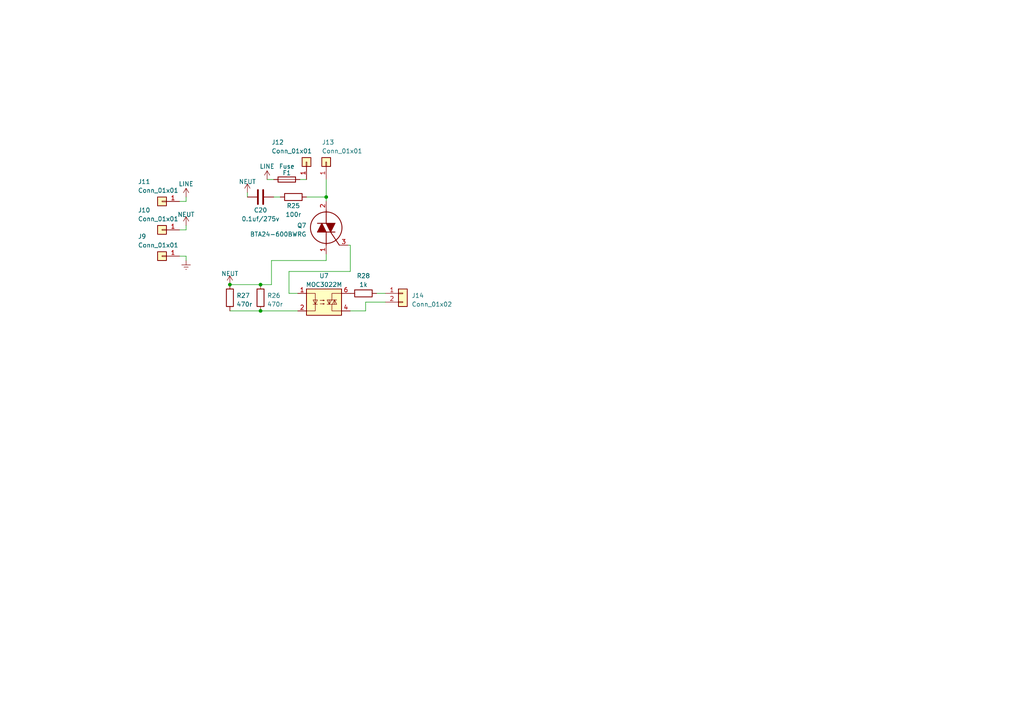
<source format=kicad_sch>
(kicad_sch (version 20230121) (generator eeschema)
  (paper "A4")
  (lib_symbols
    (symbol "Connector_Generic:Conn_01x01" (pin_names (offset 1.016) hide)
      (property "Reference" "J" (at 0 2.54 0))
      (property "Value" "Conn_01x01" (at 0 -2.54 0))
      (symbol "Conn_01x01_1_1"
        (rectangle (start -1.27 0.127) (end 0 -0.127) (stroke (width 0.1524)))
        (rectangle (start -1.27 1.27) (end 1.27 -1.27) (stroke (width 0.254)) (fill (type background)))
        (pin passive line (at -5.08 0 0) (length 3.81) (name "Pin_1") (number "1"))
      )
    )
    (symbol "Connector_Generic:Conn_01x02" (pin_names (offset 1.016) hide)
      (property "Reference" "J" (at 0 2.54 0))
      (property "Value" "Conn_01x02" (at 0 -5.08 0))
      (symbol "Conn_01x02_1_1"
        (rectangle (start -1.27 -2.413) (end 0 -2.667) (stroke (width 0.1524)))
        (rectangle (start -1.27 0.127) (end 0 -0.127) (stroke (width 0.1524)))
        (rectangle (start -1.27 1.27) (end 1.27 -3.81) (stroke (width 0.254)) (fill (type background)))
        (pin passive line (at -5.08 0 0) (length 3.81) (name "Pin_1") (number "1"))
        (pin passive line (at -5.08 -2.54 0) (length 3.81) (name "Pin_2") (number "2"))
      )
    )
    (symbol "Device:C" (pin_numbers hide) (pin_names (offset 0.254))
      (property "Reference" "C" (at 0.635 2.54 0))
      (property "Value" "C" (at 0.635 -2.54 0))
      (symbol "C_0_1"
        (polyline (pts (xy -2.032 -0.762) (xy 2.032 -0.762)) (stroke (width 0.508)))
        (polyline (pts (xy -2.032 0.762) (xy 2.032 0.762)) (stroke (width 0.508)))
      )
      (symbol "C_1_1"
        (pin passive line (at 0 3.81 270) (length 2.794) (name "~") (number "1"))
        (pin passive line (at 0 -3.81 90) (length 2.794) (name "~") (number "2"))
      )
    )
    (symbol "Device:Fuse" (pin_numbers hide) (pin_names (offset 0))
      (property "Reference" "F" (at 2.032 0 90))
      (property "Value" "Fuse" (at -1.905 0 90))
      (symbol "Fuse_0_1"
        (rectangle (start -0.762 -2.54) (end 0.762 2.54) (stroke (width 0.254)))
        (polyline (pts (xy 0 2.54) (xy 0 -2.54)))
      )
      (symbol "Fuse_1_1"
        (pin passive line (at 0 3.81 270) (length 1.27) (name "~") (number "1"))
        (pin passive line (at 0 -3.81 90) (length 1.27) (name "~") (number "2"))
      )
    )
    (symbol "Device:R" (pin_numbers hide) (pin_names (offset 0))
      (property "Reference" "R" (at 2.032 0 90))
      (property "Value" "R" (at 0 0 90))
      (symbol "R_0_1"
        (rectangle (start -1.016 -2.54) (end 1.016 2.54) (stroke (width 0.254)))
      )
      (symbol "R_1_1"
        (pin passive line (at 0 3.81 270) (length 1.27) (name "~") (number "1"))
        (pin passive line (at 0 -3.81 90) (length 1.27) (name "~") (number "2"))
      )
    )
    (symbol "Relay_SolidState:MOC3022M"
      (property "Reference" "U" (at -5.334 4.826 0))
      (property "Value" "MOC3022M" (at 0 5.08 0))
      (symbol "MOC3022M_0_1"
        (rectangle (start -5.08 3.81) (end 5.08 -3.81) (stroke (width 0.254)) (fill (type background)))
        (polyline (pts (xy -3.175 -0.635) (xy -1.905 -0.635)))
        (polyline (pts (xy 1.524 -0.635) (xy 1.524 0.635)))
        (polyline (pts (xy 3.048 0.635) (xy 3.048 -0.635)))
        (polyline (pts (xy 2.286 -0.635) (xy 2.286 -2.54) (xy 5.08 -2.54)))
        (polyline (pts (xy 2.286 0.635) (xy 2.286 2.54) (xy 5.08 2.54)))
        (polyline (pts (xy -5.08 2.54) (xy -2.54 2.54) (xy -2.54 -2.54) (xy -5.08 -2.54)))
        (polyline (pts (xy -2.54 -0.635) (xy -3.175 0.635) (xy -1.905 0.635) (xy -2.54 -0.635)))
        (polyline (pts (xy 0.889 -0.635) (xy 3.683 -0.635) (xy 3.048 0.635) (xy 2.413 -0.635)))
        (polyline (pts (xy 3.683 0.635) (xy 0.889 0.635) (xy 1.524 -0.635) (xy 2.159 0.635)))
        (polyline (pts (xy -1.143 -0.508) (xy 0.127 -0.508) (xy -0.254 -0.635) (xy -0.254 -0.381) (xy 0.127 -0.508)))
        (polyline (pts (xy -1.143 0.508) (xy 0.127 0.508) (xy -0.254 0.381) (xy -0.254 0.635) (xy 0.127 0.508)))
      )
      (symbol "MOC3022M_1_1"
        (pin passive line (at -7.62 2.54 0) (length 2.54) (name "~") (number "1"))
        (pin passive line (at -7.62 -2.54 0) (length 2.54) (name "~") (number "2"))
        (pin no_connect line (at -5.08 0 0) (length 2.54) hide (name "NC") (number "3"))
        (pin passive line (at 7.62 -2.54 180) (length 2.54) (name "~") (number "4"))
        (pin no_connect line (at 5.08 0 180) (length 2.54) hide (name "NC") (number "5"))
        (pin passive line (at 7.62 2.54 180) (length 2.54) (name "~") (number "6"))
      )
    )
    (symbol "SamacSys_Parts:BTA24-600BWRG" (pin_names hide)
      (property "Reference" "Q" (at 13.97 -2.54 0))
      (property "Value" "BTA24-600BWRG" (at 13.97 -5.08 0))
      (symbol "BTA24-600BWRG_1_1"
        (polyline (pts (xy 6.35 0) (xy 2.54 0)) (stroke (width 0.254)))
        (polyline (pts (xy 6.35 0) (xy 6.35 2.54)) (stroke (width 0.254)))
        (polyline (pts (xy 8.89 -1.27) (xy 12.7 -3.81)) (stroke (width 0.254)))
        (polyline (pts (xy 8.89 0) (xy 8.89 -2.54)) (stroke (width 0.254)))
        (polyline (pts (xy 8.89 0) (xy 12.7 0)) (stroke (width 0.254)))
        (polyline (pts (xy 6.35 -2.54) (xy 6.35 0) (xy 8.89 -1.27) (xy 6.35 -2.54)) (stroke (width 0.254)) (fill (type outline)))
        (polyline (pts (xy 8.89 2.54) (xy 8.89 0) (xy 6.35 1.27) (xy 8.89 2.54)) (stroke (width 0.254)) (fill (type outline)))
        (circle (center 7.62 0) (radius 4.572) (stroke (width 0.254)))
        (pin passive line (at 15.24 0 180) (length 2.54) (name "MT1") (number "1"))
        (pin passive line (at 0 0 0) (length 2.54) (name "MT2") (number "2"))
        (pin passive line (at 12.7 -6.35 90) (length 2.54) (name "G") (number "3"))
      )
    )
    (symbol "power:Earth" (power) (pin_names (offset 0))
      (symbol "Earth_0_1"
        (polyline (pts (xy -0.635 -1.905) (xy 0.635 -1.905)))
        (polyline (pts (xy -0.127 -2.54) (xy 0.127 -2.54)))
        (polyline (pts (xy 0 -1.27) (xy 0 0)))
        (polyline (pts (xy 1.27 -1.27) (xy -1.27 -1.27)))
      )
      (symbol "Earth_1_1"
        (pin power_in line (at 0 0 270) (length 0) hide (name "Earth") (number "1"))
      )
    )
    (symbol "power:LINE" (power) (pin_names (offset 0))
      (property "Value" "LINE" (at 0 3.81 0))
      (symbol "LINE_0_1"
        (polyline (pts (xy -0.762 1.27) (xy 0 2.54)))
        (polyline (pts (xy 0 0) (xy 0 2.54)))
        (polyline (pts (xy 0 2.54) (xy 0.762 1.27)))
      )
      (symbol "LINE_1_1"
        (pin power_in line (at 0 0 90) (length 0) hide (name "LINE") (number "1"))
      )
    )
    (symbol "power:NEUT" (power) (pin_names (offset 0))
      (property "Value" "NEUT" (at 0 3.81 0))
      (symbol "NEUT_0_1"
        (polyline (pts (xy -0.762 1.27) (xy 0 2.54)))
        (polyline (pts (xy 0 0) (xy 0 2.54)))
        (polyline (pts (xy 0 2.54) (xy 0.762 1.27)))
      )
      (symbol "NEUT_1_1"
        (pin power_in line (at 0 0 90) (length 0) hide (name "NEUT") (number "1"))
      )
    )
  )
  (junction (at 94.615 57.15))
  (junction (at 75.565 90.17))
  (junction (at 75.565 82.55))
  (junction (at 66.675 82.55))
  (wire (pts (xy 101.6 78.74) (xy 83.82 78.74)))
  (wire (pts (xy 94.615 75.565) (xy 78.74 75.565)))
  (wire (pts (xy 53.975 74.295) (xy 53.975 75.565)))
  (wire (pts (xy 53.975 58.42) (xy 53.975 57.15)))
  (wire (pts (xy 109.22 85.09) (xy 111.76 85.09)))
  (wire (pts (xy 100.965 71.12) (xy 101.6 71.12)))
  (wire (pts (xy 52.07 66.675) (xy 53.975 66.675)))
  (wire (pts (xy 88.9 57.15) (xy 94.615 57.15)))
  (wire (pts (xy 88.9 52.07) (xy 86.995 52.07)))
  (wire (pts (xy 79.375 57.15) (xy 81.28 57.15)))
  (wire (pts (xy 83.82 85.09) (xy 86.36 85.09)))
  (wire (pts (xy 106.045 90.17) (xy 101.6 90.17)))
  (wire (pts (xy 94.615 73.66) (xy 94.615 75.565)))
  (wire (pts (xy 83.82 78.74) (xy 83.82 85.09)))
  (wire (pts (xy 111.76 87.63) (xy 106.045 87.63)))
  (wire (pts (xy 94.615 57.15) (xy 94.615 58.42)))
  (wire (pts (xy 53.975 66.675) (xy 53.975 65.405)))
  (wire (pts (xy 77.47 52.07) (xy 79.375 52.07)))
  (wire (pts (xy 101.6 71.12) (xy 101.6 78.74)))
  (wire (pts (xy 78.74 82.55) (xy 75.565 82.55)))
  (wire (pts (xy 71.755 55.88) (xy 71.755 57.15)))
  (wire (pts (xy 52.07 58.42) (xy 53.975 58.42)))
  (wire (pts (xy 94.615 52.07) (xy 94.615 57.15)))
  (wire (pts (xy 52.07 74.295) (xy 53.975 74.295)))
  (wire (pts (xy 106.045 87.63) (xy 106.045 90.17)))
  (wire (pts (xy 66.675 82.55) (xy 75.565 82.55)))
  (wire (pts (xy 66.675 90.17) (xy 75.565 90.17)))
  (wire (pts (xy 75.565 90.17) (xy 86.36 90.17)))
  (wire (pts (xy 78.74 75.565) (xy 78.74 82.55)))
  (symbol (lib_id "Relay_SolidState:MOC3022M") (at 93.98 87.63 0) (unit 1)
    (property "Reference" "U7" (at 93.98 80.01 0))
    (property "Value" "MOC3022M" (at 93.98 82.55 0))
    (property "Footprint" "Package_DIP:DIP-6_W7.62mm" (effects hide))
    (property "Datasheet" "https://www.onsemi.com/pub/Collateral/MOC3023M-D.PDF" (effects hide))
  )
  (symbol (lib_id "Connector_Generic:Conn_01x01") (at 88.9 46.99 90) (unit 1)
    (property "Reference" "J12" (at 78.74 41.275 90) (effects (justify right)))
    (property "Value" "Conn_01x01" (at 78.74 43.815 90) (effects (justify right)))
    (property "Footprint" "Connector_Molex:QK_DISCONNECT" (effects hide))
  )
  (symbol (lib_id "Device:R") (at 75.565 86.36 0) (unit 1)
    (property "Reference" "R26" (at 77.47 85.725 0) (effects (justify left)))
    (property "Value" "470r" (at 77.47 88.265 0) (effects (justify left)))
    (property "Footprint" "Resistor_THT:R_Axial_DIN0204_L3.6mm_D1.6mm_P7.62mm_Horizontal" (effects hide))
  )
  (symbol (lib_id "Connector_Generic:Conn_01x01") (at 94.615 46.99 90) (unit 1)
    (property "Reference" "J13" (at 93.345 41.275 90) (effects (justify right)))
    (property "Value" "Conn_01x01" (at 93.345 43.815 90) (effects (justify right)))
    (property "Footprint" "Connector_Molex:QK_DISCONNECT" (effects hide))
  )
  (symbol (lib_id "Connector_Generic:Conn_01x01") (at 46.99 74.295 180) (unit 1)
    (property "Reference" "J9" (at 40.005 68.58 0) (effects (justify right)))
    (property "Value" "Conn_01x01" (at 40.005 71.12 0) (effects (justify right)))
    (property "Footprint" "Connector_Molex:QK_DISCONNECT" (effects hide))
  )
  (symbol (lib_id "power:NEUT") (at 71.755 55.88 0) (unit 1)
    (property "Reference" "#PWR060" (effects hide))
    (property "Value" "NEUT" (at 71.755 52.705 0))
  )
  (symbol (lib_id "Device:R") (at 85.09 57.15 90) (unit 1)
    (property "Reference" "R25" (at 85.09 59.69 90))
    (property "Value" "100r" (at 85.09 62.23 90))
    (property "Footprint" "Resistor_THT:R_Axial_DIN0204_L3.6mm_D1.6mm_P7.62mm_Horizontal" (effects hide))
  )
  (symbol (lib_id "Device:C") (at 75.565 57.15 270) (unit 1)
    (property "Reference" "C20" (at 75.565 60.96 90))
    (property "Value" "0.1uf/275v" (at 75.565 63.5 90))
    (property "Footprint" "Capacitor_THT:C_Rect_L18.0mm_W6.0mm_P15.00mm_FKS3_FKP3" (effects hide))
  )
  (symbol (lib_id "Connector_Generic:Conn_01x01") (at 46.99 66.675 180) (unit 1)
    (property "Reference" "J10" (at 40.005 60.96 0) (effects (justify right)))
    (property "Value" "Conn_01x01" (at 40.005 63.5 0) (effects (justify right)))
    (property "Footprint" "Connector_Molex:QK_DISCONNECT" (effects hide))
  )
  (symbol (lib_id "Connector_Generic:Conn_01x01") (at 46.99 58.42 180) (unit 1)
    (property "Reference" "J11" (at 40.005 52.705 0) (effects (justify right)))
    (property "Value" "Conn_01x01" (at 40.005 55.245 0) (effects (justify right)))
    (property "Footprint" "Connector_Molex:QK_DISCONNECT" (effects hide))
  )
  (symbol (lib_id "power:NEUT") (at 53.975 65.405 0) (unit 1)
    (property "Reference" "#PWR058" (effects hide))
    (property "Value" "NEUT" (at 53.975 62.23 0))
  )
  (symbol (lib_id "Device:R") (at 105.41 85.09 90) (unit 1)
    (property "Reference" "R28" (at 105.41 80.01 90))
    (property "Value" "1k" (at 105.41 82.55 90))
    (property "Footprint" "Resistor_SMD:R_0805_2012Metric_Pad1.20x1.40mm_HandSolder" (effects hide))
  )
  (symbol (lib_id "Device:Fuse") (at 83.185 52.07 270) (mirror x) (unit 1)
    (property "Reference" "F1" (at 83.185 50.165 90))
    (property "Value" "Fuse" (at 83.185 48.26 90))
    (property "Footprint" "Fuse:ZHL78" (effects hide))
  )
  (symbol (lib_id "Connector_Generic:Conn_01x02") (at 116.84 85.09 0) (unit 1)
    (property "Reference" "J14" (at 119.38 85.725 0) (effects (justify left)))
    (property "Value" "Conn_01x02" (at 119.38 88.265 0) (effects (justify left)))
    (property "Footprint" "Connector_JST:JST_XH_B2B-XH-A_1x02_P2.50mm_Vertical" (effects hide))
  )
  (symbol (lib_id "power:Earth") (at 53.975 75.565 0) (unit 1)
    (property "Reference" "#PWR055" (effects hide))
    (property "Value" "Earth" (effects hide))
  )
  (symbol (lib_id "power:LINE") (at 77.47 52.07 0) (unit 1)
    (property "Reference" "#PWR059" (effects hide))
    (property "Value" "LINE" (at 77.47 48.26 0))
  )
  (symbol (lib_id "Device:R") (at 66.675 86.36 0) (unit 1)
    (property "Reference" "R27" (at 68.58 85.725 0) (effects (justify left)))
    (property "Value" "470r" (at 68.58 88.265 0) (effects (justify left)))
    (property "Footprint" "Resistor_THT:R_Axial_DIN0204_L3.6mm_D1.6mm_P7.62mm_Horizontal" (effects hide))
  )
  (symbol (lib_id "power:NEUT") (at 66.675 82.55 0) (unit 1)
    (property "Reference" "#PWR061" (effects hide))
    (property "Value" "NEUT" (at 66.675 79.375 0))
  )
  (symbol (lib_id "power:LINE") (at 53.975 57.15 0) (unit 1)
    (property "Reference" "#PWR057" (effects hide))
    (property "Value" "LINE" (at 53.975 53.34 0))
  )
  (symbol (lib_id "SamacSys_Parts:BTA24-600BWRG") (at 94.615 58.42 90) (mirror x) (unit 1)
    (property "Reference" "Q7" (at 88.9 65.405 90) (effects (justify left)))
    (property "Value" "BTA24-600BWRG" (at 88.9 67.945 90) (effects (justify left)))
    (property "Footprint" "Package_TO_SOT_THT:TO-220F-3_Horizontal_TabDown" (effects hide))
    (property "Datasheet" "http://www.st.com/web/en/resource/technical/document/datasheet/CD00002264.pdf" (effects hide))
    (property "Height" "4.6" (effects hide))
    (property "Mouser Part Number" "511-BTA24-600BW" (effects hide))
    (property "Mouser Price/Stock" "https://www.mouser.co.uk/ProductDetail/STMicroelectronics/BTA24-600BWRG?qs=ULZB1I1SDy3851rCuTvQKQ%3D%3D" (effects hide))
    (property "Manufacturer_Name" "STMicroelectronics" (effects hide))
    (property "Manufacturer_Part_Number" "BTA24-600BWRG" (effects hide))
  )
)
</source>
